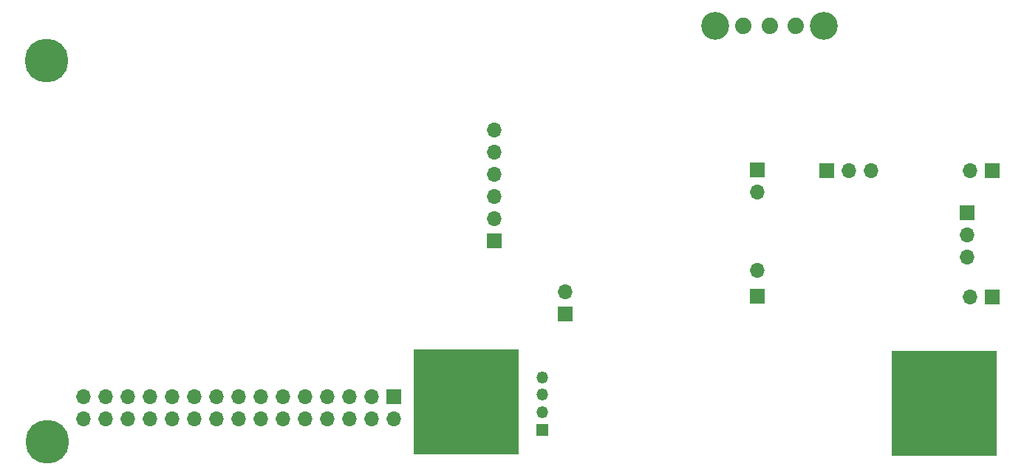
<source format=gbr>
%TF.GenerationSoftware,KiCad,Pcbnew,7.99.0-unknown-07d7ccf46f~176~ubuntu22.04.1*%
%TF.CreationDate,2024-01-11T12:25:35+09:00*%
%TF.ProjectId,bGeigieZen 3.0.1 production,62476569-6769-4655-9a65-6e20332e302e,V3.0.1*%
%TF.SameCoordinates,Original*%
%TF.FileFunction,Soldermask,Bot*%
%TF.FilePolarity,Negative*%
%FSLAX46Y46*%
G04 Gerber Fmt 4.6, Leading zero omitted, Abs format (unit mm)*
G04 Created by KiCad (PCBNEW 7.99.0-unknown-07d7ccf46f~176~ubuntu22.04.1) date 2024-01-11 12:25:35*
%MOMM*%
%LPD*%
G01*
G04 APERTURE LIST*
%ADD10R,1.700000X1.700000*%
%ADD11O,1.700000X1.700000*%
%ADD12C,1.879600*%
%ADD13C,3.203200*%
%ADD14C,5.000000*%
%ADD15R,1.350000X1.350000*%
%ADD16O,1.350000X1.350000*%
%ADD17C,2.743200*%
%ADD18R,12.000000X12.000000*%
G04 APERTURE END LIST*
D10*
%TO.C,J1*%
X51018800Y-44591500D03*
D11*
X51018800Y-47131500D03*
X48478800Y-44591500D03*
X48478800Y-47131500D03*
X45938800Y-44591500D03*
X45938800Y-47131500D03*
X43398800Y-44591500D03*
X43398800Y-47131500D03*
X40858800Y-44591500D03*
X40858800Y-47131500D03*
X38318800Y-44591500D03*
X38318800Y-47131500D03*
X35778800Y-44591500D03*
X35778800Y-47131500D03*
X33238800Y-44591500D03*
X33238800Y-47131500D03*
X30698800Y-44591500D03*
X30698800Y-47131500D03*
X28158800Y-44591500D03*
X28158800Y-47131500D03*
X25618800Y-44591500D03*
X25618800Y-47131500D03*
X23078800Y-44591500D03*
X23078800Y-47131500D03*
X20538800Y-44591500D03*
X20538800Y-47131500D03*
X17998800Y-44591500D03*
X17998800Y-47131500D03*
X15458800Y-44591500D03*
X15458800Y-47131500D03*
%TD*%
D10*
%TO.C,J10*%
X119599200Y-18683500D03*
D11*
X117059200Y-18683500D03*
%TD*%
D10*
%TO.C,J3*%
X62550800Y-26684500D03*
D11*
X62550800Y-24144500D03*
X62550800Y-21604500D03*
X62550800Y-19064500D03*
X62550800Y-16524500D03*
X62550800Y-13984500D03*
%TD*%
D12*
%TO.C,SW1*%
X97071800Y-2022500D03*
X94071800Y-2022500D03*
X91071800Y-2022500D03*
D13*
X100321800Y-2022500D03*
X87821800Y-2022500D03*
%TD*%
D10*
%TO.C,J9*%
X119603800Y-33161500D03*
D11*
X117063800Y-33161500D03*
%TD*%
D14*
%TO.C,H4*%
X11174200Y-6014500D03*
%TD*%
D10*
%TO.C,J5*%
X70687800Y-35109500D03*
D11*
X70687800Y-32569500D03*
%TD*%
D10*
%TO.C,J4*%
X100633800Y-18654500D03*
D11*
X103173800Y-18654500D03*
X105713800Y-18654500D03*
%TD*%
D10*
%TO.C,J2*%
X116674200Y-23514500D03*
D11*
X116674200Y-26054500D03*
X116674200Y-28594500D03*
%TD*%
D10*
%TO.C,J11*%
X92700200Y-33034500D03*
D11*
X92700200Y-30069000D03*
%TD*%
D14*
%TO.C,H6*%
X11303800Y-49744500D03*
%TD*%
D15*
%TO.C,J6*%
X68013800Y-48353500D03*
D16*
X68013800Y-46353500D03*
X68013800Y-44353500D03*
X68013800Y-42353500D03*
%TD*%
D10*
%TO.C,J8*%
X92649400Y-18607300D03*
D11*
X92649400Y-21147300D03*
%TD*%
D17*
%TO.C,BT1*%
X117491800Y-45334500D03*
D18*
X114063800Y-45334500D03*
X59263800Y-45124500D03*
D17*
X62983800Y-47854500D03*
X62983800Y-42774500D03*
X56235800Y-45314500D03*
X110743800Y-42794500D03*
X110743800Y-47874500D03*
%TD*%
M02*

</source>
